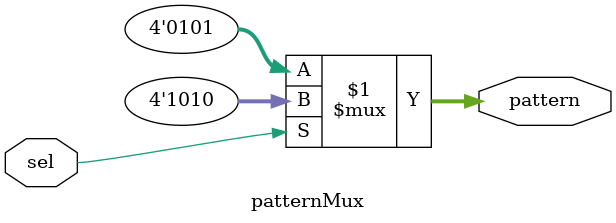
<source format=v>
module patternMux(
    input sel,
    output [3:0] pattern
);

    assign pattern = sel ? 4'b1010 : 4'b0101;
endmodule
</source>
